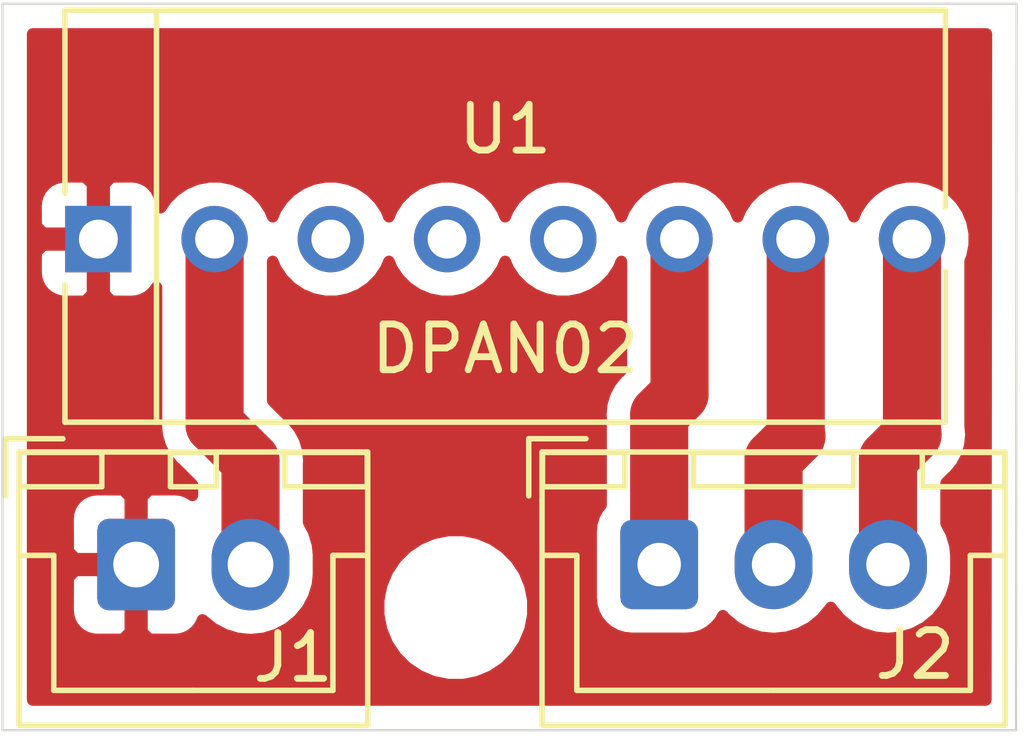
<source format=kicad_pcb>
(kicad_pcb (version 20211014) (generator pcbnew)
  (layers (0 "F.Cu" signal) (31 "B.Cu" signal) (34 "B.Paste" user) (35 "F.Paste" user) (36 "B.SilkS" user "B.Silkscreen") (37 "F.SilkS" user "F.Silkscreen") (38 "B.Mask" user) (39 "F.Mask" user) (44 "Edge.Cuts" user))
  (net 0 "")
  (net 1 "+9V")
  (net 2 "GND")
  (net 3 "-15V")
  (net 4 "Net-(J2-Pad2)")
  (net 5 "+15V")
  (net 6 "Net-(U1-Pad5)")
  (net 7 "Net-(U1-Pad3)")
  (footprint "Connector_JST:JST_XH_B2B-XH-A_1x02_P2.50mm_Vertical" (layer "F.Cu") (at 123.825 97.282)
    (fp_text reference "J1" (at 3.429 2.032) (layer "F.SilkS"))
    (fp_text value "Conn_01x02_Male" hide)
    (fp_line (start 0.75 -1.7) (end 1.75 -1.7) (layer "F.SilkS") (width 0.12))
    (fp_line (start -2.56 3.51) (end 5.06 3.51) (layer "F.SilkS") (width 0.12))
    (fp_line (start 1.75 -2.45) (end 0.75 -2.45) (layer "F.SilkS") (width 0.12))
    (fp_line (start -2.55 -0.2) (end -1.8 -0.2) (layer "F.SilkS") (width 0.12))
    (fp_line (start -1.8 2.75) (end 1.25 2.75) (layer "F.SilkS") (width 0.12))
    (fp_line (start 5.05 -1.7) (end 5.05 -2.45) (layer "F.SilkS") (width 0.12))
    (fp_line (start -2.55 -1.7) (end -0.75 -1.7) (layer "F.SilkS") (width 0.12))
    (fp_line (start 4.3 2.75) (end 1.25 2.75) (layer "F.SilkS") (width 0.12))
    (fp_line (start 4.3 -0.2) (end 4.3 2.75) (layer "F.SilkS") (width 0.12))
    (fp_line (start 3.25 -1.7) (end 5.05 -1.7) (layer "F.SilkS") (width 0.12))
    (fp_line (start 5.05 -2.45) (end 3.25 -2.45) (layer "F.SilkS") (width 0.12))
    (fp_line (start 3.25 -2.45) (end 3.25 -1.7) (layer "F.SilkS") (width 0.12))
    (fp_line (start -2.85 -2.75) (end -2.85 -1.5) (layer "F.SilkS") (width 0.12))
    (fp_line (start -1.6 -2.75) (end -2.85 -2.75) (layer "F.SilkS") (width 0.12))
    (fp_line (start 0.75 -2.45) (end 0.75 -1.7) (layer "F.SilkS") (width 0.12))
    (fp_line (start -2.56 -2.46) (end -2.56 3.51) (layer "F.SilkS") (width 0.12))
    (fp_line (start -0.75 -2.45) (end -2.55 -2.45) (layer "F.SilkS") (width 0.12))
    (fp_line (start 5.05 -0.2) (end 4.3 -0.2) (layer "F.SilkS") (width 0.12))
    (fp_line (start -2.55 -2.45) (end -2.55 -1.7) (layer "F.SilkS") (width 0.12))
    (fp_line (start -1.8 -0.2) (end -1.8 2.75) (layer "F.SilkS") (width 0.12))
    (fp_line (start 5.06 -2.46) (end -2.56 -2.46) (layer "F.SilkS") (width 0.12))
    (fp_line (start 5.06 3.51) (end 5.06 -2.46) (layer "F.SilkS") (width 0.12))
    (fp_line (start -0.75 -1.7) (end -0.75 -2.45) (layer "F.SilkS") (width 0.12))
    (fp_line (start 1.75 -1.7) (end 1.75 -2.45) (layer "F.SilkS") (width 0.12))
    (pad "1" thru_hole roundrect locked (at 0 0) (size 1.7 2) (drill 1) (layers *.Cu *.Mask) (roundrect_rratio 0.147059) (net 2 "GND"))
    (pad "2" thru_hole oval locked (at 2.5 0) (size 1.7 2) (drill 1) (layers *.Cu *.Mask) (net 1 "+9V"))
  )
  (footprint "Connector_JST:JST_XH_B3B-XH-A_1x03_P2.50mm_Vertical" (layer "F.Cu") (at 135.255 97.282)
    (fp_text reference "J2" (at 5.588 1.9685) (layer "F.SilkS"))
    (fp_text value "Conn_01x03_Male" hide)
    (fp_line (start -2.56 3.51) (end 7.56 3.51) (layer "F.SilkS") (width 0.12))
    (fp_line (start 4.25 -2.45) (end 0.75 -2.45) (layer "F.SilkS") (width 0.12))
    (fp_line (start -2.55 -2.45) (end -2.55 -1.7) (layer "F.SilkS") (width 0.12))
    (fp_line (start -1.8 -0.2) (end -1.8 2.75) (layer "F.SilkS") (width 0.12))
    (fp_line (start -0.75 -1.7) (end -0.75 -2.45) (layer "F.SilkS") (width 0.12))
    (fp_line (start 6.8 -0.2) (end 6.8 2.75) (layer "F.SilkS") (width 0.12))
    (fp_line (start 0.75 -2.45) (end 0.75 -1.7) (layer "F.SilkS") (width 0.12))
    (fp_line (start -2.85 -2.75) (end -2.85 -1.5) (layer "F.SilkS") (width 0.12))
    (fp_line (start 5.75 -1.7) (end 7.55 -1.7) (layer "F.SilkS") (width 0.12))
    (fp_line (start 7.55 -1.7) (end 7.55 -2.45) (layer "F.SilkS") (width 0.12))
    (fp_line (start 5.75 -2.45) (end 5.75 -1.7) (layer "F.SilkS") (width 0.12))
    (fp_line (start -0.75 -2.45) (end -2.55 -2.45) (layer "F.SilkS") (width 0.12))
    (fp_line (start -2.56 -2.46) (end -2.56 3.51) (layer "F.SilkS") (width 0.12))
    (fp_line (start 4.25 -1.7) (end 4.25 -2.45) (layer "F.SilkS") (width 0.12))
    (fp_line (start 7.55 -0.2) (end 6.8 -0.2) (layer "F.SilkS") (width 0.12))
    (fp_line (start -1.6 -2.75) (end -2.85 -2.75) (layer "F.SilkS") (width 0.12))
    (fp_line (start 7.56 -2.46) (end -2.56 -2.46) (layer "F.SilkS") (width 0.12))
    (fp_line (start 6.8 2.75) (end 2.5 2.75) (layer "F.SilkS") (width 0.12))
    (fp_line (start 0.75 -1.7) (end 4.25 -1.7) (layer "F.SilkS") (width 0.12))
    (fp_line (start -2.55 -1.7) (end -0.75 -1.7) (layer "F.SilkS") (width 0.12))
    (fp_line (start 7.56 3.51) (end 7.56 -2.46) (layer "F.SilkS") (width 0.12))
    (fp_line (start 7.55 -2.45) (end 5.75 -2.45) (layer "F.SilkS") (width 0.12))
    (fp_line (start -2.55 -0.2) (end -1.8 -0.2) (layer "F.SilkS") (width 0.12))
    (fp_line (start -1.8 2.75) (end 2.5 2.75) (layer "F.SilkS") (width 0.12))
    (pad "1" thru_hole roundrect locked (at 0 0) (size 1.7 1.95) (drill 0.95) (layers *.Cu *.Mask) (roundrect_rratio 0.147059) (net 5 "+15V"))
    (pad "2" thru_hole oval locked (at 2.5 0) (size 1.7 1.95) (drill 0.95) (layers *.Cu *.Mask) (net 4 "Net-(J2-Pad2)"))
    (pad "3" thru_hole oval locked (at 5 0) (size 1.7 1.95) (drill 0.95) (layers *.Cu *.Mask) (net 3 "-15V"))
  )
  (footprint "Package_SIP:DPAN02" (layer "F.Cu") (at 122.9995 90.17)
    (fp_text reference "U1" (at 8.89 -2.4) (layer "F.SilkS"))
    (fp_text value "DPAN02" (at 8.89 2.4) (layer "F.SilkS"))
    (fp_line (start 1.27 4) (end 1.27 -5) (layer "F.SilkS") (width 0.12))
    (fp_line (start -0.73 -5) (end -0.73 -1) (layer "F.SilkS") (width 0.12))
    (fp_line (start 18.51 4) (end 18.51 0.7) (layer "F.SilkS") (width 0.12))
    (fp_line (start 18.51 -5) (end -0.73 -5) (layer "F.SilkS") (width 0.12))
    (fp_line (start 18.51 4) (end -0.73 4) (layer "F.SilkS") (width 0.12))
    (fp_line (start 18.51 -5) (end 18.51 -0.7) (layer "F.SilkS") (width 0.12))
    (fp_line (start -0.73 4) (end -0.73 1) (layer "F.SilkS") (width 0.12))
    (pad "1" thru_hole rect locked (at 0 0 90) (size 1.45 1.45) (drill 0.85) (layers *.Cu *.Mask) (net 2 "GND"))
    (pad "2" thru_hole circle locked (at 2.54 0 90) (size 1.45 1.45) (drill 0.85) (layers *.Cu *.Mask) (net 1 "+9V"))
    (pad "3" thru_hole circle locked (at 5.08 0 90) (size 1.45 1.45) (drill 0.85) (layers *.Cu *.Mask) (net 7 "Net-(U1-Pad3)"))
    (pad "4" thru_hole circle locked (at 7.62 0 90) (size 1.45 1.45) (drill 0.85) (layers *.Cu *.Mask))
    (pad "5" thru_hole circle locked (at 10.16 0 90) (size 1.45 1.45) (drill 0.85) (layers *.Cu *.Mask) (net 6 "Net-(U1-Pad5)"))
    (pad "6" thru_hole circle locked (at 12.7 0 90) (size 1.45 1.45) (drill 0.85) (layers *.Cu *.Mask) (net 5 "+15V"))
    (pad "7" thru_hole circle locked (at 15.24 0 90) (size 1.45 1.45) (drill 0.85) (layers *.Cu *.Mask) (net 4 "Net-(J2-Pad2)"))
    (pad "8" thru_hole circle locked (at 17.78 0 90) (size 1.45 1.45) (drill 0.85) (layers *.Cu *.Mask) (net 3 "-15V"))
  )
  (footprint "MountingHole:MountingHole_2.1mm" (layer "F.Cu") (at 130.81 98.2218)
    (fp_text reference "H1" hide)
    (fp_text value "MountingHole" hide)
    (pad "" np_thru_hole circle locked (at 0 0) (size 2.1 2.1) (drill 2.1) (layers *.Cu *.Mask))
  )
  (gr_line (start 120.904 100.9015) (end 120.904 85.0265) (layer "Edge.Cuts") (width 0.05))
  (gr_line (start 120.904 85.0265) (end 143.0655 85.0265) (layer "Edge.Cuts") (width 0.05))
  (gr_line (start 143.0655 85.0265) (end 143.0528 100.9015) (layer "Edge.Cuts") (width 0.05))
  (gr_line (start 143.0528 100.9015) (end 120.904 100.9015) (layer "Edge.Cuts") (width 0.05))
  (segment (start 126.325 97.282) (end 126.325 95.012) (width 1.27) (layer "F.Cu") (net 1))
  (segment (start 125.5395 94.2265) (end 125.5395 90.17) (width 1.27) (layer "F.Cu") (net 1))
  (segment (start 126.325 95.012) (end 125.5395 94.2265) (width 1.27) (layer "F.Cu") (net 1))
  (segment (start 140.7795 94.4236) (end 140.7795 90.17) (width 1.27) (layer "F.Cu") (net 3))
  (segment (start 140.255 97.2185) (end 140.255 94.9735) (width 1.27) (layer "F.Cu") (net 3))
  (segment (start 140.255 94.9735) (end 140.7922 94.4363) (width 1.27) (layer "F.Cu") (net 3))
  (segment (start 140.7922 94.4363) (end 140.7795 94.4236) (width 1.27) (layer "F.Cu") (net 3))
  (segment (start 137.755 94.9735) (end 138.2522 94.4763) (width 1.27) (layer "F.Cu") (net 4))
  (segment (start 137.755 97.2185) (end 137.755 94.9735) (width 1.27) (layer "F.Cu") (net 4))
  (segment (start 138.2395 94.4636) (end 138.2395 90.17) (width 1.27) (layer "F.Cu") (net 4))
  (segment (start 138.2522 94.4763) (end 138.2395 94.4636) (width 1.27) (layer "F.Cu") (net 4))
  (segment (start 135.255 97.2185) (end 135.255 94.0054) (width 1.27) (layer "F.Cu") (net 5))
  (segment (start 135.6995 93.5609) (end 135.6995 90.17) (width 1.27) (layer "F.Cu") (net 5))
  (segment (start 135.255 94.0054) (end 135.6995 93.5609) (width 1.27) (layer "F.Cu") (net 5))
  (zone (net 2) (net_name "GND") (layer "F.Cu") (connect_pads (clearance 0.508)) (min_thickness 0.254) (fill yes (thermal_gap 0.508) (thermal_bridge_width 0.508))
    (polygon (pts (xy 120.904 85.0265) (xy 143.0655 85.0265) (xy 143.0528 100.9015) (xy 120.904 100.9015)))
  )
)
</source>
